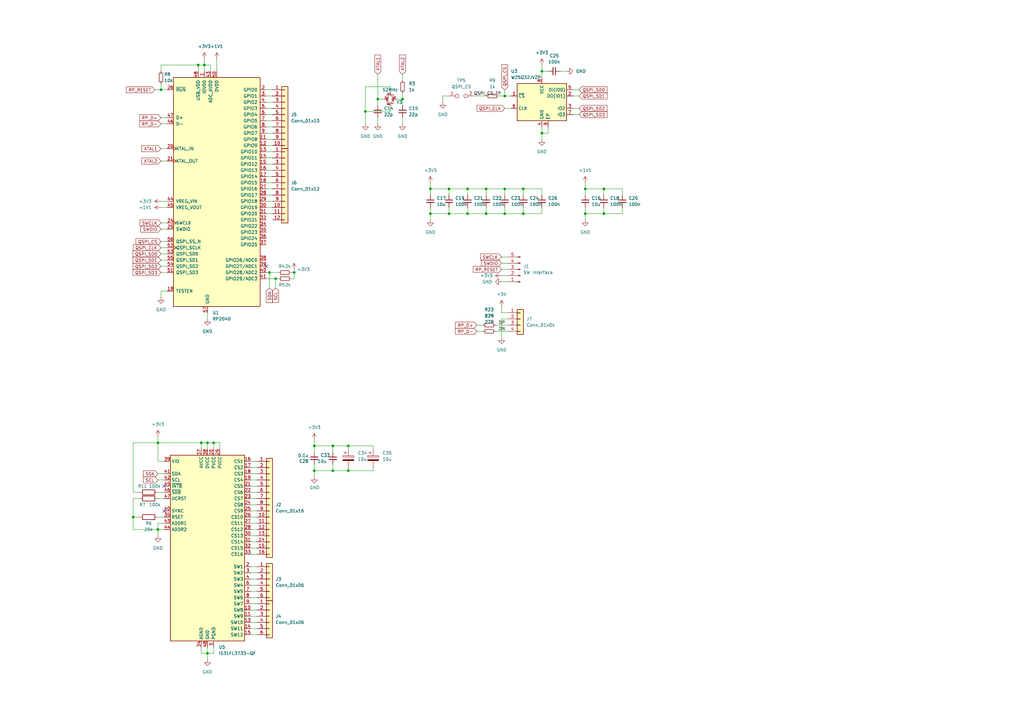
<source format=kicad_sch>
(kicad_sch (version 20230121) (generator eeschema)
  (paper "A3")
  (junction (at 136.525 182.88))
  (junction (at 184.15 87.63))
  (junction (at 207.01 77.47))
  (junction (at 82.55 181.61))
  (junction (at 240.03 77.47))
  (junction (at 66.04 36.83))
  (junction (at 222.25 29.21))
  (junction (at 136.525 193.04))
  (junction (at 184.15 77.47))
  (junction (at 199.39 77.47))
  (junction (at 247.65 87.63))
  (junction (at 191.77 87.63))
  (junction (at 64.77 181.61))
  (junction (at 142.875 193.04))
  (junction (at 214.63 87.63))
  (junction (at 207.01 87.63))
  (junction (at 207.01 39.37))
  (junction (at 81.28 26.67))
  (junction (at 85.09 267.97))
  (junction (at 240.03 87.63))
  (junction (at 214.63 77.47))
  (junction (at 113.03 114.3))
  (junction (at 222.25 54.61))
  (junction (at 110.49 111.76))
  (junction (at 176.53 87.63))
  (junction (at 247.65 77.47))
  (junction (at 191.77 77.47))
  (junction (at 142.875 182.88))
  (junction (at 87.63 181.61))
  (junction (at 64.77 217.17))
  (junction (at 154.94 40.64))
  (junction (at 165.1 40.64))
  (junction (at 85.09 181.61))
  (junction (at 128.905 193.04))
  (junction (at 54.61 212.09))
  (junction (at 149.86 45.72))
  (junction (at 128.905 182.88))
  (junction (at 120.65 111.76))
  (junction (at 83.82 26.67))
  (junction (at 199.39 87.63))
  (junction (at 176.53 77.47))
  (no_connect (at 67.31 209.55))
  (no_connect (at 109.22 109.22))
  (no_connect (at 67.31 199.39))
  (wire (pts (xy 195.58 133.35) (xy 198.12 133.35)))
  (wire (pts (xy 203.2 135.89) (xy 208.28 135.89)))
  (wire (pts (xy 160.02 38.1) (xy 160.02 35.56)))
  (wire (pts (xy 234.95 36.83) (xy 237.49 36.83)))
  (wire (pts (xy 222.25 26.67) (xy 222.25 29.21)))
  (wire (pts (xy 207.01 44.45) (xy 209.55 44.45)))
  (wire (pts (xy 240.03 74.93) (xy 240.03 77.47)))
  (wire (pts (xy 184.15 87.63) (xy 184.15 85.09)))
  (wire (pts (xy 102.87 245.11) (xy 105.41 245.11)))
  (wire (pts (xy 54.61 212.09) (xy 57.15 212.09)))
  (wire (pts (xy 214.63 87.63) (xy 214.63 85.09)))
  (wire (pts (xy 102.87 209.55) (xy 105.41 209.55)))
  (wire (pts (xy 81.28 29.21) (xy 81.28 26.67)))
  (wire (pts (xy 109.22 64.77) (xy 111.76 64.77)))
  (wire (pts (xy 66.04 82.55) (xy 68.58 82.55)))
  (wire (pts (xy 240.03 87.63) (xy 240.03 90.17)))
  (wire (pts (xy 136.525 193.04) (xy 142.875 193.04)))
  (wire (pts (xy 207.01 77.47) (xy 207.01 80.01)))
  (wire (pts (xy 181.61 39.37) (xy 181.61 41.91)))
  (wire (pts (xy 153.035 182.88) (xy 153.035 184.15)))
  (wire (pts (xy 66.04 50.8) (xy 68.58 50.8)))
  (wire (pts (xy 136.525 182.88) (xy 142.875 182.88)))
  (wire (pts (xy 234.95 39.37) (xy 237.49 39.37)))
  (wire (pts (xy 128.905 193.04) (xy 128.905 195.58)))
  (wire (pts (xy 109.22 44.45) (xy 111.76 44.45)))
  (wire (pts (xy 165.1 40.64) (xy 165.1 43.18)))
  (wire (pts (xy 54.61 201.93) (xy 54.61 181.61)))
  (wire (pts (xy 142.875 182.88) (xy 142.875 184.15)))
  (wire (pts (xy 66.04 109.22) (xy 68.58 109.22)))
  (wire (pts (xy 66.04 101.6) (xy 68.58 101.6)))
  (wire (pts (xy 240.03 85.09) (xy 240.03 87.63)))
  (wire (pts (xy 64.77 214.63) (xy 64.77 217.17)))
  (wire (pts (xy 165.1 38.1) (xy 165.1 40.64)))
  (wire (pts (xy 128.905 180.34) (xy 128.905 182.88)))
  (wire (pts (xy 234.95 46.99) (xy 237.49 46.99)))
  (wire (pts (xy 67.31 214.63) (xy 64.77 214.63)))
  (wire (pts (xy 66.04 93.98) (xy 68.58 93.98)))
  (wire (pts (xy 191.77 77.47) (xy 191.77 80.01)))
  (wire (pts (xy 102.87 255.27) (xy 105.41 255.27)))
  (wire (pts (xy 87.63 267.97) (xy 85.09 267.97)))
  (wire (pts (xy 82.55 181.61) (xy 64.77 181.61)))
  (wire (pts (xy 81.28 26.67) (xy 83.82 26.67)))
  (wire (pts (xy 54.61 212.09) (xy 54.61 217.17)))
  (wire (pts (xy 120.65 114.3) (xy 119.38 114.3)))
  (wire (pts (xy 142.875 193.04) (xy 153.035 193.04)))
  (wire (pts (xy 102.87 227.33) (xy 105.41 227.33)))
  (wire (pts (xy 191.77 77.47) (xy 184.15 77.47)))
  (wire (pts (xy 63.5 36.83) (xy 66.04 36.83)))
  (wire (pts (xy 234.95 44.45) (xy 237.49 44.45)))
  (wire (pts (xy 119.38 111.76) (xy 120.65 111.76)))
  (wire (pts (xy 205.74 107.95) (xy 208.28 107.95)))
  (wire (pts (xy 102.87 207.01) (xy 105.41 207.01)))
  (wire (pts (xy 205.74 128.27) (xy 205.74 125.73)))
  (wire (pts (xy 87.63 181.61) (xy 87.63 184.15)))
  (wire (pts (xy 207.01 39.37) (xy 209.55 39.37)))
  (wire (pts (xy 222.25 87.63) (xy 222.25 85.09)))
  (wire (pts (xy 109.22 57.15) (xy 111.76 57.15)))
  (wire (pts (xy 208.28 128.27) (xy 205.74 128.27)))
  (wire (pts (xy 64.77 217.17) (xy 64.77 219.71)))
  (wire (pts (xy 67.31 189.23) (xy 64.77 189.23)))
  (wire (pts (xy 109.22 46.99) (xy 111.76 46.99)))
  (wire (pts (xy 54.61 181.61) (xy 64.77 181.61)))
  (wire (pts (xy 66.04 99.06) (xy 68.58 99.06)))
  (wire (pts (xy 109.22 54.61) (xy 111.76 54.61)))
  (wire (pts (xy 120.65 111.76) (xy 120.65 114.3)))
  (wire (pts (xy 109.22 87.63) (xy 111.76 87.63)))
  (wire (pts (xy 102.87 247.65) (xy 105.41 247.65)))
  (wire (pts (xy 222.25 77.47) (xy 214.63 77.47)))
  (wire (pts (xy 102.87 252.73) (xy 105.41 252.73)))
  (wire (pts (xy 142.875 182.88) (xy 153.035 182.88)))
  (wire (pts (xy 109.22 49.53) (xy 111.76 49.53)))
  (wire (pts (xy 109.22 36.83) (xy 111.76 36.83)))
  (wire (pts (xy 66.04 119.38) (xy 66.04 121.92)))
  (wire (pts (xy 191.77 87.63) (xy 199.39 87.63)))
  (wire (pts (xy 102.87 201.93) (xy 105.41 201.93)))
  (wire (pts (xy 54.61 204.47) (xy 54.61 212.09)))
  (wire (pts (xy 110.49 111.76) (xy 110.49 118.11)))
  (wire (pts (xy 149.86 45.72) (xy 149.86 50.8)))
  (wire (pts (xy 229.87 29.21) (xy 232.41 29.21)))
  (wire (pts (xy 66.04 29.21) (xy 66.04 26.67)))
  (wire (pts (xy 184.15 77.47) (xy 184.15 80.01)))
  (wire (pts (xy 157.48 40.64) (xy 154.94 40.64)))
  (wire (pts (xy 149.86 45.72) (xy 160.02 45.72)))
  (wire (pts (xy 205.74 115.57) (xy 208.28 115.57)))
  (wire (pts (xy 109.22 74.93) (xy 111.76 74.93)))
  (wire (pts (xy 66.04 106.68) (xy 68.58 106.68)))
  (wire (pts (xy 102.87 222.25) (xy 105.41 222.25)))
  (wire (pts (xy 66.04 26.67) (xy 81.28 26.67)))
  (wire (pts (xy 128.905 182.88) (xy 136.525 182.88)))
  (wire (pts (xy 85.09 181.61) (xy 85.09 184.15)))
  (wire (pts (xy 214.63 77.47) (xy 207.01 77.47)))
  (wire (pts (xy 57.15 201.93) (xy 54.61 201.93)))
  (wire (pts (xy 109.22 80.01) (xy 111.76 80.01)))
  (wire (pts (xy 224.79 54.61) (xy 222.25 54.61)))
  (wire (pts (xy 102.87 219.71) (xy 105.41 219.71)))
  (wire (pts (xy 247.65 77.47) (xy 255.27 77.47)))
  (wire (pts (xy 102.87 194.31) (xy 105.41 194.31)))
  (wire (pts (xy 207.01 36.83) (xy 207.01 39.37)))
  (wire (pts (xy 102.87 242.57) (xy 105.41 242.57)))
  (wire (pts (xy 102.87 232.41) (xy 105.41 232.41)))
  (wire (pts (xy 102.87 234.95) (xy 105.41 234.95)))
  (wire (pts (xy 214.63 77.47) (xy 214.63 80.01)))
  (wire (pts (xy 165.1 30.48) (xy 165.1 33.02)))
  (wire (pts (xy 154.94 30.48) (xy 154.94 40.64)))
  (wire (pts (xy 191.77 87.63) (xy 191.77 85.09)))
  (wire (pts (xy 102.87 217.17) (xy 105.41 217.17)))
  (wire (pts (xy 66.04 104.14) (xy 68.58 104.14)))
  (wire (pts (xy 128.905 182.88) (xy 128.905 185.42)))
  (wire (pts (xy 205.74 130.81) (xy 205.74 138.43)))
  (wire (pts (xy 214.63 87.63) (xy 222.25 87.63)))
  (wire (pts (xy 205.74 105.41) (xy 208.28 105.41)))
  (wire (pts (xy 128.905 193.04) (xy 136.525 193.04)))
  (wire (pts (xy 194.31 39.37) (xy 199.39 39.37)))
  (wire (pts (xy 255.27 87.63) (xy 255.27 85.09)))
  (wire (pts (xy 160.02 43.18) (xy 160.02 45.72)))
  (wire (pts (xy 207.01 77.47) (xy 199.39 77.47)))
  (wire (pts (xy 109.22 82.55) (xy 111.76 82.55)))
  (wire (pts (xy 199.39 77.47) (xy 199.39 80.01)))
  (wire (pts (xy 110.49 111.76) (xy 114.3 111.76)))
  (wire (pts (xy 86.36 29.21) (xy 86.36 26.67)))
  (wire (pts (xy 68.58 119.38) (xy 66.04 119.38)))
  (wire (pts (xy 109.22 41.91) (xy 111.76 41.91)))
  (wire (pts (xy 85.09 128.27) (xy 85.09 130.81)))
  (wire (pts (xy 64.77 179.07) (xy 64.77 181.61)))
  (wire (pts (xy 66.04 48.26) (xy 68.58 48.26)))
  (wire (pts (xy 207.01 87.63) (xy 214.63 87.63)))
  (wire (pts (xy 149.86 35.56) (xy 160.02 35.56)))
  (wire (pts (xy 88.9 24.13) (xy 88.9 29.21)))
  (wire (pts (xy 109.22 85.09) (xy 111.76 85.09)))
  (wire (pts (xy 82.55 265.43) (xy 82.55 267.97)))
  (wire (pts (xy 222.25 29.21) (xy 222.25 31.75)))
  (wire (pts (xy 205.74 113.03) (xy 208.28 113.03)))
  (wire (pts (xy 184.15 87.63) (xy 191.77 87.63)))
  (wire (pts (xy 176.53 87.63) (xy 184.15 87.63)))
  (wire (pts (xy 154.94 40.64) (xy 154.94 43.18)))
  (wire (pts (xy 64.77 204.47) (xy 67.31 204.47)))
  (wire (pts (xy 102.87 199.39) (xy 105.41 199.39)))
  (wire (pts (xy 247.65 87.63) (xy 247.65 85.09)))
  (wire (pts (xy 66.04 91.44) (xy 68.58 91.44)))
  (wire (pts (xy 222.25 54.61) (xy 222.25 57.15)))
  (wire (pts (xy 176.53 87.63) (xy 176.53 90.17)))
  (wire (pts (xy 113.03 114.3) (xy 113.03 118.11)))
  (wire (pts (xy 224.79 52.07) (xy 224.79 54.61)))
  (wire (pts (xy 162.56 40.64) (xy 165.1 40.64)))
  (wire (pts (xy 199.39 87.63) (xy 199.39 85.09)))
  (wire (pts (xy 199.39 87.63) (xy 207.01 87.63)))
  (wire (pts (xy 128.905 193.04) (xy 128.905 190.5)))
  (wire (pts (xy 102.87 257.81) (xy 105.41 257.81)))
  (wire (pts (xy 240.03 77.47) (xy 240.03 80.01)))
  (wire (pts (xy 66.04 60.96) (xy 68.58 60.96)))
  (wire (pts (xy 149.86 45.72) (xy 149.86 35.56)))
  (wire (pts (xy 240.03 87.63) (xy 247.65 87.63)))
  (wire (pts (xy 66.04 66.04) (xy 68.58 66.04)))
  (wire (pts (xy 64.77 212.09) (xy 67.31 212.09)))
  (wire (pts (xy 208.28 130.81) (xy 205.74 130.81)))
  (wire (pts (xy 165.1 48.26) (xy 165.1 50.8)))
  (wire (pts (xy 154.94 48.26) (xy 154.94 50.8)))
  (wire (pts (xy 87.63 265.43) (xy 87.63 267.97)))
  (wire (pts (xy 85.09 267.97) (xy 85.09 265.43)))
  (wire (pts (xy 109.22 59.69) (xy 111.76 59.69)))
  (wire (pts (xy 109.22 67.31) (xy 111.76 67.31)))
  (wire (pts (xy 255.27 77.47) (xy 255.27 80.01)))
  (wire (pts (xy 109.22 52.07) (xy 111.76 52.07)))
  (wire (pts (xy 222.25 77.47) (xy 222.25 80.01)))
  (wire (pts (xy 204.47 39.37) (xy 207.01 39.37)))
  (wire (pts (xy 66.04 85.09) (xy 68.58 85.09)))
  (wire (pts (xy 64.77 201.93) (xy 67.31 201.93)))
  (wire (pts (xy 142.875 191.77) (xy 142.875 193.04)))
  (wire (pts (xy 102.87 250.19) (xy 105.41 250.19)))
  (wire (pts (xy 195.58 135.89) (xy 198.12 135.89)))
  (wire (pts (xy 64.77 196.85) (xy 67.31 196.85)))
  (wire (pts (xy 176.53 85.09) (xy 176.53 87.63)))
  (wire (pts (xy 66.04 111.76) (xy 68.58 111.76)))
  (wire (pts (xy 57.15 204.47) (xy 54.61 204.47)))
  (wire (pts (xy 102.87 240.03) (xy 105.41 240.03)))
  (wire (pts (xy 86.36 26.67) (xy 83.82 26.67)))
  (wire (pts (xy 109.22 72.39) (xy 111.76 72.39)))
  (wire (pts (xy 87.63 181.61) (xy 85.09 181.61)))
  (wire (pts (xy 54.61 217.17) (xy 64.77 217.17)))
  (wire (pts (xy 64.77 194.31) (xy 67.31 194.31)))
  (wire (pts (xy 83.82 26.67) (xy 83.82 24.13)))
  (wire (pts (xy 102.87 196.85) (xy 105.41 196.85)))
  (wire (pts (xy 102.87 237.49) (xy 105.41 237.49)))
  (wire (pts (xy 109.22 39.37) (xy 111.76 39.37)))
  (wire (pts (xy 247.65 77.47) (xy 247.65 80.01)))
  (wire (pts (xy 85.09 181.61) (xy 82.55 181.61)))
  (wire (pts (xy 222.25 29.21) (xy 224.79 29.21)))
  (wire (pts (xy 176.53 74.93) (xy 176.53 77.47)))
  (wire (pts (xy 64.77 189.23) (xy 64.77 181.61)))
  (wire (pts (xy 66.04 34.29) (xy 66.04 36.83)))
  (wire (pts (xy 83.82 26.67) (xy 83.82 29.21)))
  (wire (pts (xy 136.525 182.88) (xy 136.525 185.42)))
  (wire (pts (xy 90.17 184.15) (xy 90.17 181.61)))
  (wire (pts (xy 109.22 69.85) (xy 111.76 69.85)))
  (wire (pts (xy 222.25 52.07) (xy 222.25 54.61)))
  (wire (pts (xy 66.04 36.83) (xy 68.58 36.83)))
  (wire (pts (xy 109.22 77.47) (xy 111.76 77.47)))
  (wire (pts (xy 102.87 191.77) (xy 105.41 191.77)))
  (wire (pts (xy 113.03 114.3) (xy 114.3 114.3)))
  (wire (pts (xy 64.77 217.17) (xy 67.31 217.17)))
  (wire (pts (xy 82.55 267.97) (xy 85.09 267.97)))
  (wire (pts (xy 90.17 181.61) (xy 87.63 181.61)))
  (wire (pts (xy 82.55 181.61) (xy 82.55 184.15)))
  (wire (pts (xy 109.22 62.23) (xy 111.76 62.23)))
  (wire (pts (xy 120.65 110.49) (xy 120.65 111.76)))
  (wire (pts (xy 102.87 224.79) (xy 105.41 224.79)))
  (wire (pts (xy 102.87 214.63) (xy 105.41 214.63)))
  (wire (pts (xy 85.09 267.97) (xy 85.09 270.51)))
  (wire (pts (xy 207.01 87.63) (xy 207.01 85.09)))
  (wire (pts (xy 102.87 260.35) (xy 105.41 260.35)))
  (wire (pts (xy 184.15 39.37) (xy 181.61 39.37)))
  (wire (pts (xy 102.87 212.09) (xy 105.41 212.09)))
  (wire (pts (xy 102.87 204.47) (xy 105.41 204.47)))
  (wire (pts (xy 153.035 191.77) (xy 153.035 193.04)))
  (wire (pts (xy 240.03 77.47) (xy 247.65 77.47)))
  (wire (pts (xy 247.65 87.63) (xy 255.27 87.63)))
  (wire (pts (xy 199.39 77.47) (xy 191.77 77.47)))
  (wire (pts (xy 109.22 111.76) (xy 110.49 111.76)))
  (wire (pts (xy 203.2 133.35) (xy 208.28 133.35)))
  (wire (pts (xy 205.74 110.49) (xy 208.28 110.49)))
  (wire (pts (xy 176.53 77.47) (xy 176.53 80.01)))
  (wire (pts (xy 136.525 190.5) (xy 136.525 193.04)))
  (wire (pts (xy 102.87 189.23) (xy 105.41 189.23)))
  (wire (pts (xy 109.22 114.3) (xy 113.03 114.3)))
  (wire (pts (xy 176.53 77.47) (xy 184.15 77.47)))
  (label "DN" (at 204.47 135.89 0))
  (label "DP" (at 204.47 133.35 0))
  (label "QSPI_CS_TP" (at 194.31 39.37 0))
  (global_label "QSPI_SD0" (shape input) (at 237.49 36.83 0) (property "Intersheetrefs" "${INTERSHEET_REFS}" (effects hide)))
  (global_label "SCL" (shape input) (at 64.77 196.85 180) (property "Intersheetrefs" "${INTERSHEET_REFS}" (effects hide)))
  (global_label "QSPI_SD3" (shape input) (at 66.04 111.76 180) (property "Intersheetrefs" "${INTERSHEET_REFS}" (effects hide)))
  (global_label "XTAL2" (shape input) (at 66.04 66.04 180) (property "Intersheetrefs" "${INTERSHEET_REFS}" (effects hide)))
  (global_label "SWDIO" (shape input) (at 66.04 93.98 180) (property "Intersheetrefs" "${INTERSHEET_REFS}" (effects hide)))
  (global_label "SDA" (shape input) (at 64.77 194.31 180) (property "Intersheetrefs" "${INTERSHEET_REFS}" (effects hide)))
  (global_label "QSPI_SD1" (shape input) (at 237.49 39.37 0) (property "Intersheetrefs" "${INTERSHEET_REFS}" (effects hide)))
  (global_label "QSPI_CLK" (shape input) (at 207.01 44.45 180) (property "Intersheetrefs" "${INTERSHEET_REFS}" (effects hide)))
  (global_label "XTAL1" (shape input) (at 66.04 60.96 180) (property "Intersheetrefs" "${INTERSHEET_REFS}" (effects hide)))
  (global_label "SCL" (shape input) (at 113.03 118.11 270) (property "Intersheetrefs" "${INTERSHEET_REFS}" (effects hide)))
  (global_label "QSPI_SD3" (shape input) (at 237.49 46.99 0) (property "Intersheetrefs" "${INTERSHEET_REFS}" (effects hide)))
  (global_label "RP_RESET" (shape input) (at 63.5 36.83 180) (property "Intersheetrefs" "${INTERSHEET_REFS}" (effects hide)))
  (global_label "RP_D+" (shape input) (at 66.04 48.26 180) (property "Intersheetrefs" "${INTERSHEET_REFS}" (effects hide)))
  (global_label "QSPI_SD0" (shape input) (at 66.04 104.14 180) (property "Intersheetrefs" "${INTERSHEET_REFS}" (effects hide)))
  (global_label "QSPI_SD2" (shape input) (at 66.04 109.22 180) (property "Intersheetrefs" "${INTERSHEET_REFS}" (effects hide)))
  (global_label "RP_D-" (shape input) (at 66.04 50.8 180) (property "Intersheetrefs" "${INTERSHEET_REFS}" (effects hide)))
  (global_label "QSPI_CLK" (shape input) (at 66.04 101.6 180) (property "Intersheetrefs" "${INTERSHEET_REFS}" (effects hide)))
  (global_label "SWCLK" (shape input) (at 66.04 91.44 180) (property "Intersheetrefs" "${INTERSHEET_REFS}" (effects hide)))
  (global_label "QSPI_CS" (shape input) (at 207.01 36.83 90) (property "Intersheetrefs" "${INTERSHEET_REFS}" (effects hide)))
  (global_label "QSPI_CS" (shape input) (at 66.04 99.06 180) (property "Intersheetrefs" "${INTERSHEET_REFS}" (effects hide)))
  (global_label "XTAL1" (shape input) (at 154.94 30.48 90) (property "Intersheetrefs" "${INTERSHEET_REFS}" (effects hide)))
  (global_label "SWCLK" (shape input) (at 205.74 105.41 180) (property "Intersheetrefs" "${INTERSHEET_REFS}" (effects hide)))
  (global_label "SDA" (shape input) (at 110.49 118.11 270) (property "Intersheetrefs" "${INTERSHEET_REFS}" (effects hide)))
  (global_label "RP_RESET" (shape input) (at 205.74 110.49 180) (property "Intersheetrefs" "${INTERSHEET_REFS}" (effects hide)))
  (global_label "QSPI_SD2" (shape input) (at 237.49 44.45 0) (property "Intersheetrefs" "${INTERSHEET_REFS}" (effects hide)))
  (global_label "QSPI_SD1" (shape input) (at 66.04 106.68 180) (property "Intersheetrefs" "${INTERSHEET_REFS}" (effects hide)))
  (global_label "XTAL2" (shape input) (at 165.1 30.48 90) (property "Intersheetrefs" "${INTERSHEET_REFS}" (effects hide)))
  (global_label "SWDIO" (shape input) (at 205.74 107.95 180) (property "Intersheetrefs" "${INTERSHEET_REFS}" (effects hide)))
  (global_label "RP_D+" (shape input) (at 195.58 133.35 180) (property "Intersheetrefs" "${INTERSHEET_REFS}" (effects hide)))
  (global_label "RP_D-" (shape input) (at 195.58 135.89 180) (property "Intersheetrefs" "${INTERSHEET_REFS}" (effects hide)))
  (symbol (lib_id "Device:C_Small") (at 128.905 187.96 180) (unit 1)
    (property "Reference" "C28" (at 126.5682 189.1284 0) (effects (justify left)))
    (property "Value" "0.1u" (at 126.5682 186.817 0) (effects (justify left)))
    (property "Footprint" "Capacitor_SMD:C_0402_1005Metric" (effects hide))
    (instances (project "Frooastboard Walnut Modular" (path "" (reference "C28") (unit 1)) (path "" (reference "C1") (unit 1))))
  )
  (symbol (lib_id "power:GND") (at 66.04 121.92 0) (unit 1)
    (property "Reference" "#PWR0112" (effects hide))
    (property "Value" "GND" (at 66.04 127 0))
    (instances (project "Frooastboard Walnut Modular" (path "" (reference "#PWR0112") (unit 1)) (path "" (reference "#PWR05") (unit 1))))
  )
  (symbol (lib_id "power:GND") (at 205.74 115.57 270) (unit 1)
    (property "Reference" "#PWR0120" (effects hide))
    (property "Value" "GND" (at 201.93 115.5699 90) (effects (justify right)))
    (instances (project "Frooastboard Walnut Modular" (path "" (reference "#PWR0120") (unit 1)) (path "" (reference "#PWR020") (unit 1))))
  )
  (symbol (lib_id "power:+3.3V") (at 120.65 110.49 0) (unit 1)
    (property "Reference" "#PWR0148" (effects hide))
    (property "Value" "+3.3V" (at 124.46 110.49 0))
    (instances (project "Frooastboard Walnut Modular" (path "" (reference "#PWR0148") (unit 1)) (path "" (reference "#PWR010") (unit 1))))
  )
  (symbol (lib_id "power:GND") (at 165.1 50.8 0) (unit 1)
    (property "Reference" "#PWR0123" (effects hide))
    (property "Value" "GND" (at 165.1 55.88 0))
    (instances (project "Frooastboard Walnut Modular" (path "" (reference "#PWR0123") (unit 1)) (path "" (reference "#PWR015") (unit 1))))
  )
  (symbol (lib_id "Driver_LED:IS31FL3733-QF") (at 85.09 224.79 0) (unit 1)
    (property "Reference" "U5" (at 89.6494 265.43 0) (effects (justify left)))
    (property "Value" "IS31FL3733-QF" (at 89.6494 267.97 0) (effects (justify left)))
    (property "Footprint" "Package_DFN_QFN:QFN-48-1EP_6x6mm_P0.4mm_EP4.2x4.2mm" (effects hide))
    (property "Datasheet" "http://www.issi.com/WW/pdf/IS31FL3733.pdf" (effects hide))
    (instances (project "Frooastboard Walnut Modular" (path "" (reference "U5") (unit 1)) (path "" (reference "U1") (unit 1))))
  )
  (symbol (lib_id "Device:R_Small") (at 201.93 39.37 90) (unit 1)
    (property "Reference" "R9" (at 201.93 33.02 90))
    (property "Value" "1k" (at 201.93 35.56 90))
    (property "Footprint" "Resistor_SMD:R_0402_1005Metric" (effects hide))
    (instances (project "Frooastboard Walnut Modular" (path "" (reference "R9") (unit 1)) (path "" (reference "R10") (unit 1))))
  )
  (symbol (lib_id "Device:C_Small") (at 176.53 82.55 0) (unit 1)
    (property "Reference" "C17" (at 179.07 81.2862 0) (effects (justify left)))
    (property "Value" "10u" (at 179.07 83.8262 0) (effects (justify left)))
    (property "Footprint" "Capacitor_SMD:C_0402_1005Metric" (effects hide))
    (instances (project "Frooastboard Walnut Modular" (path "" (reference "C17") (unit 1)) (path "" (reference "C7") (unit 1))))
  )
  (symbol (lib_id "Device:R_Small") (at 116.84 111.76 90) (unit 1)
    (property "Reference" "R4" (at 115.57 109.22 90))
    (property "Value" "2k" (at 118.11 109.22 90))
    (property "Footprint" "Resistor_SMD:R_0402_1005Metric" (effects hide))
    (instances (project "Frooastboard Walnut Modular" (path "" (reference "R4") (unit 1)) (path "" (reference "R5") (unit 1))))
  )
  (symbol (lib_id "Device:C_Small") (at 240.03 82.55 0) (unit 1)
    (property "Reference" "C16" (at 242.57 81.2862 0) (effects (justify left)))
    (property "Value" "10u" (at 242.57 83.8262 0) (effects (justify left)))
    (property "Footprint" "Capacitor_SMD:C_0402_1005Metric" (effects hide))
    (instances (project "Frooastboard Walnut Modular" (path "" (reference "C16") (unit 1)) (path "" (reference "C15") (unit 1))))
  )
  (symbol (lib_id "power:+3.3V") (at 205.74 113.03 90) (unit 1)
    (property "Reference" "#PWR0119" (effects hide))
    (property "Value" "+3.3V" (at 196.85 113.03 90) (effects (justify right)))
    (instances (project "Frooastboard Walnut Modular" (path "" (reference "#PWR0119") (unit 1)) (path "" (reference "#PWR019") (unit 1))))
  )
  (symbol (lib_id "Connector_Generic:Conn_01x04") (at 213.36 130.81 0) (unit 1)
    (property "Reference" "J7" (at 215.9 130.8099 0) (effects (justify left)))
    (property "Value" "Conn_01x04" (at 215.9 133.3499 0) (effects (justify left)))
    (property "Footprint" "Frooastboard Footprints:PinHeader_1x04_P1.27mm_Vertical" (effects hide))
  )
  (symbol (lib_id "Device:C_Small") (at 247.65 82.55 0) (unit 1)
    (property "Reference" "C18" (at 250.19 81.2862 0) (effects (justify left)))
    (property "Value" "100n" (at 250.19 83.8262 0) (effects (justify left)))
    (property "Footprint" "Capacitor_SMD:C_0402_1005Metric" (effects hide))
    (instances (project "Frooastboard Walnut Modular" (path "" (reference "C18") (unit 1)) (path "" (reference "C16") (unit 1))))
  )
  (symbol (lib_id "power:+1V1") (at 240.03 74.93 0) (unit 1)
    (property "Reference" "#PWR0129" (effects hide))
    (property "Value" "+1V1" (at 240.03 69.85 0))
    (instances (project "Frooastboard Walnut Modular" (path "" (reference "#PWR0129") (unit 1)) (path "" (reference "#PWR026") (unit 1))))
  )
  (symbol (lib_id "Device:R") (at 60.96 201.93 90) (unit 1)
    (property "Reference" "R11" (at 58.42 199.39 90))
    (property "Value" "100k" (at 63.5 199.39 90))
    (property "Footprint" "Resistor_SMD:R_0402_1005Metric" (effects hide))
    (instances (project "Frooastboard Walnut Modular" (path "" (reference "R11") (unit 1)) (path "" (reference "R1") (unit 1))))
  )
  (symbol (lib_id "power:GND") (at 85.09 270.51 0) (unit 1)
    (property "Reference" "#PWR0143" (effects hide))
    (property "Value" "GND" (at 85.09 275.59 0))
    (instances (project "Frooastboard Walnut Modular" (path "" (reference "#PWR0143") (unit 1)) (path "" (reference "#PWR08") (unit 1))))
  )
  (symbol (lib_id "Device:C_Small") (at 207.01 82.55 0) (unit 1)
    (property "Reference" "C23" (at 209.55 81.2862 0) (effects (justify left)))
    (property "Value" "100n" (at 209.55 83.8262 0) (effects (justify left)))
    (property "Footprint" "Capacitor_SMD:C_0402_1005Metric" (effects hide))
    (instances (project "Frooastboard Walnut Modular" (path "" (reference "C23") (unit 1)) (path "" (reference "C11") (unit 1))))
  )
  (symbol (lib_id "Device:C_Small") (at 191.77 82.55 0) (unit 1)
    (property "Reference" "C21" (at 194.31 81.2862 0) (effects (justify left)))
    (property "Value" "100n" (at 194.31 83.8262 0) (effects (justify left)))
    (property "Footprint" "Capacitor_SMD:C_0402_1005Metric" (effects hide))
    (instances (project "Frooastboard Walnut Modular" (path "" (reference "C21") (unit 1)) (path "" (reference "C9") (unit 1))))
  )
  (symbol (lib_id "power:+1V1") (at 66.04 85.09 90) (unit 1)
    (property "Reference" "#PWR0117" (effects hide))
    (property "Value" "+1V1" (at 62.23 85.0899 90) (effects (justify left)))
    (instances (project "Frooastboard Walnut Modular" (path "" (reference "#PWR0117") (unit 1)) (path "" (reference "#PWR04") (unit 1))))
  )
  (symbol (lib_id "power:GND") (at 154.94 50.8 0) (unit 1)
    (property "Reference" "#PWR0122" (effects hide))
    (property "Value" "GND" (at 154.94 55.88 0))
    (instances (project "Frooastboard Walnut Modular" (path "" (reference "#PWR0122") (unit 1)) (path "" (reference "#PWR014") (unit 1))))
  )
  (symbol (lib_id "power:+3.3V") (at 66.04 82.55 90) (unit 1)
    (property "Reference" "#PWR0116" (effects hide))
    (property "Value" "+3.3V" (at 62.23 82.5499 90) (effects (justify left)))
    (instances (project "Frooastboard Walnut Modular" (path "" (reference "#PWR0116") (unit 1)) (path "" (reference "#PWR03") (unit 1))))
  )
  (symbol (lib_id "Memory_Flash:W25Q32JVZP") (at 222.25 41.91 0) (unit 1)
    (property "Reference" "U3" (at 209.55 29.21 0) (effects (justify left)))
    (property "Value" "W25Q32JVZP" (at 209.55 31.75 0) (effects (justify left)))
    (property "Footprint" "Package_SON:WSON-8-1EP_6x5mm_P1.27mm_EP3.4x4.3mm" (effects hide))
    (property "Datasheet" "http://www.winbond.com/resource-files/w25q32jv%20revg%2003272018%20plus.pdf" (effects hide))
  )
  (symbol (lib_id "Connector_Generic:Conn_01x16") (at 110.49 207.01 0) (unit 1)
    (property "Reference" "J2" (at 113.03 207.0099 0) (effects (justify left)))
    (property "Value" "Conn_01x16" (at 113.03 209.5499 0) (effects (justify left)))
    (property "Footprint" "Frooastboard Footprints:PinHeader_1x16_P1.27mm_Vertical" (effects hide))
    (instances (project "Frooastboard Walnut Modular" (path "" (reference "J2") (unit 1)) (path "" (reference "J1") (unit 1))))
  )
  (symbol (lib_id "power:+3.3V") (at 64.77 179.07 0) (unit 1)
    (property "Reference" "#PWR0145" (effects hide))
    (property "Value" "+3.3V" (at 64.77 173.99 0))
    (instances (project "Frooastboard Walnut Modular" (path "" (reference "#PWR0145") (unit 1)) (path "" (reference "#PWR01") (unit 1))))
  )
  (symbol (lib_id "power:+1V1") (at 88.9 24.13 0) (unit 1)
    (property "Reference" "#PWR0115" (effects hide))
    (property "Value" "+1V1" (at 88.9 19.05 0))
    (instances (project "Frooastboard Walnut Modular" (path "" (reference "#PWR0115") (unit 1)) (path "" (reference "#PWR09") (unit 1))))
  )
  (symbol (lib_id "Device:C_Small") (at 199.39 82.55 0) (unit 1)
    (property "Reference" "C22" (at 201.93 81.2862 0) (effects (justify left)))
    (property "Value" "100n" (at 201.93 83.8262 0) (effects (justify left)))
    (property "Footprint" "Capacitor_SMD:C_0402_1005Metric" (effects hide))
    (instances (project "Frooastboard Walnut Modular" (path "" (reference "C22") (unit 1)) (path "" (reference "C10") (unit 1))))
  )
  (symbol (lib_id "power:GND") (at 240.03 90.17 0) (unit 1)
    (property "Reference" "#PWR0125" (effects hide))
    (property "Value" "GND" (at 240.03 95.25 0))
    (instances (project "Frooastboard Walnut Modular" (path "" (reference "#PWR0125") (unit 1)) (path "" (reference "#PWR027") (unit 1))))
  )
  (symbol (lib_id "Device:R_Small") (at 165.1 35.56 0) (unit 1)
    (property "Reference" "R3" (at 167.64 34.2899 0) (effects (justify left)))
    (property "Value" "1k" (at 167.64 36.8299 0) (effects (justify left)))
    (property "Footprint" "Resistor_SMD:R_0402_1005Metric" (effects hide))
    (instances (project "Frooastboard Walnut Modular" (path "" (reference "R3") (unit 1)) (path "" (reference "R7") (unit 1))))
  )
  (symbol (lib_id "Connector_Generic:Conn_01x10") (at 116.84 46.99 0) (unit 1)
    (property "Reference" "J5" (at 119.38 46.9899 0) (effects (justify left)))
    (property "Value" "Conn_01x10" (at 119.38 49.5299 0) (effects (justify left)))
    (property "Footprint" "Frooastboard Footprints:PinHeader_1x10_P1.27mm_Vertical" (effects hide))
    (instances (project "Frooastboard Walnut Modular" (path "" (reference "J5") (unit 1)) (path "" (reference "J4") (unit 1))))
  )
  (symbol (lib_id "power:GND") (at 205.74 138.43 0) (unit 1)
    (property "Reference" "#PWR0147" (effects hide))
    (property "Value" "GND" (at 205.74 143.51 0))
    (instances (project "Frooastboard Walnut Modular" (path "" (reference "#PWR0147") (unit 1)) (path "" (reference "#PWR022") (unit 1))))
  )
  (symbol (lib_id "power:GND") (at 222.25 57.15 0) (unit 1)
    (property "Reference" "#PWR0132" (effects hide))
    (property "Value" "GND" (at 222.25 62.23 0))
    (instances (project "Frooastboard Walnut Modular" (path "" (reference "#PWR0132") (unit 1)) (path "" (reference "#PWR024") (unit 1))))
  )
  (symbol (lib_id "Device:R_Small") (at 116.84 114.3 90) (unit 1)
    (property "Reference" "R5" (at 115.57 116.84 90))
    (property "Value" "2k" (at 118.11 116.84 90))
    (property "Footprint" "Resistor_SMD:R_0402_1005Metric" (effects hide))
    (instances (project "Frooastboard Walnut Modular" (path "" (reference "R5") (unit 1)) (path "" (reference "R6") (unit 1))))
  )
  (symbol (lib_id "Device:C_Small") (at 154.94 45.72 180) (unit 1)
    (property "Reference" "C14" (at 157.48 44.4435 0) (effects (justify right)))
    (property "Value" "22p" (at 157.48 46.9835 0) (effects (justify right)))
    (property "Footprint" "Capacitor_SMD:C_0402_1005Metric" (effects hide))
    (instances (project "Frooastboard Walnut Modular" (path "" (reference "C14") (unit 1)) (path "" (reference "C5") (unit 1))))
  )
  (symbol (lib_id "Device:C_Polarized") (at 153.035 187.96 0) (unit 1)
    (property "Reference" "C35" (at 156.845 185.8009 0) (effects (justify left)))
    (property "Value" "10u" (at 156.845 188.3409 0) (effects (justify left)))
    (property "Footprint" "Capacitor_Tantalum_SMD:CP_EIA-2012-15_AVX-P" (effects hide))
    (instances (project "Frooastboard Walnut Modular" (path "" (reference "C35") (unit 1)) (path "" (reference "C4") (unit 1))))
  )
  (symbol (lib_id "Connector:Conn_01x05_Male") (at 213.36 110.49 180) (unit 1)
    (property "Reference" "J1" (at 214.63 109.2199 0) (effects (justify right)))
    (property "Value" "SW Interface" (at 214.63 111.7599 0) (effects (justify right)))
    (property "Footprint" "Connector_PinHeader_1.27mm:PinHeader_1x05_P1.27mm_Vertical" (effects hide))
    (instances (project "Frooastboard Walnut Modular" (path "" (reference "J1") (unit 1)) (path "" (reference "J6") (unit 1))))
  )
  (symbol (lib_id "Device:C_Small") (at 136.525 187.96 0) (unit 1)
    (property "Reference" "C33" (at 131.445 186.69 0) (effects (justify left)))
    (property "Value" "10u" (at 130.175 189.23 0) (effects (justify left)))
    (property "Footprint" "Capacitor_SMD:C_0402_1005Metric" (effects hide))
    (instances (project "Frooastboard Walnut Modular" (path "" (reference "C33") (unit 1)) (path "" (reference "C2") (unit 1))))
  )
  (symbol (lib_id "Device:C_Small") (at 227.33 29.21 270) (unit 1)
    (property "Reference" "C25" (at 227.3236 22.86 90))
    (property "Value" "100n" (at 227.3236 25.4 90))
    (property "Footprint" "Capacitor_SMD:C_0402_1005Metric" (effects hide))
    (instances (project "Frooastboard Walnut Modular" (path "" (reference "C25") (unit 1)) (path "" (reference "C14") (unit 1))))
  )
  (symbol (lib_id "Connector_Generic:Conn_01x12") (at 116.84 74.93 0) (unit 1)
    (property "Reference" "J6" (at 119.38 74.9299 0) (effects (justify left)))
    (property "Value" "Conn_01x12" (at 119.38 77.4699 0) (effects (justify left)))
    (property "Footprint" "Frooastboard Footprints:PinHeader_1x12_P1.27mm_Vertical" (effects hide))
    (instances (project "Frooastboard Walnut Modular" (path "" (reference "J6") (unit 1)) (path "" (reference "J5") (unit 1))))
  )
  (symbol (lib_id "power:GND") (at 128.905 195.58 0) (unit 1)
    (property "Reference" "#PWR0142" (effects hide))
    (property "Value" "GND" (at 129.032 199.9742 0))
    (instances (project "Frooastboard Walnut Modular" (path "" (reference "#PWR0142") (unit 1)) (path "" (reference "#PWR012") (unit 1))))
  )
  (symbol (lib_id "power:+3.3V") (at 176.53 74.93 0) (unit 1)
    (property "Reference" "#PWR0126" (effects hide))
    (property "Value" "+3.3V" (at 176.53 69.85 0))
    (instances (project "Frooastboard Walnut Modular" (path "" (reference "#PWR0126") (unit 1)) (path "" (reference "#PWR016") (unit 1))))
  )
  (symbol (lib_id "power:GND") (at 176.53 90.17 0) (unit 1)
    (property "Reference" "#PWR0121" (effects hide))
    (property "Value" "GND" (at 176.53 95.25 0))
    (instances (project "Frooastboard Walnut Modular" (path "" (reference "#PWR0121") (unit 1)) (path "" (reference "#PWR017") (unit 1))))
  )
  (symbol (lib_id "Device:C_Small") (at 222.25 82.55 0) (unit 1)
    (property "Reference" "C26" (at 224.79 81.2862 0) (effects (justify left)))
    (property "Value" "100n" (at 224.79 83.8262 0) (effects (justify left)))
    (property "Footprint" "Capacitor_SMD:C_0402_1005Metric" (effects hide))
    (instances (project "Frooastboard Walnut Modular" (path "" (reference "C26") (unit 1)) (path "" (reference "C13") (unit 1))))
  )
  (symbol (lib_id "power:+3.3V") (at 128.905 180.34 0) (unit 1)
    (property "Reference" "#PWR0111" (effects hide))
    (property "Value" "+3.3V" (at 128.905 175.26 0))
    (instances (project "Frooastboard Walnut Modular" (path "" (reference "#PWR0111") (unit 1)) (path "" (reference "#PWR011") (unit 1))))
  )
  (symbol (lib_id "Device:C_Small") (at 255.27 82.55 0) (unit 1)
    (property "Reference" "C20" (at 257.81 81.2862 0) (effects (justify left)))
    (property "Value" "100n" (at 257.81 83.8262 0) (effects (justify left)))
    (property "Footprint" "Capacitor_SMD:C_0402_1005Metric" (effects hide))
    (instances (project "Frooastboard Walnut Modular" (path "" (reference "C20") (unit 1)) (path "" (reference "C17") (unit 1))))
  )
  (symbol (lib_id "Device:Crystal_GND24_Small") (at 160.02 40.64 0) (unit 1)
    (property "Reference" "Y3" (at 163.83 41.91 0))
    (property "Value" "12MHz" (at 160.02 36.83 0))
    (property "Footprint" "Crystal:Crystal_SMD_3225-4Pin_3.2x2.5mm" (effects hide))
    (instances (project "Frooastboard Walnut Modular" (path "" (reference "Y3") (unit 1)) (path "" (reference "Y1") (unit 1))))
  )
  (symbol (lib_id "power:+3.3V") (at 222.25 26.67 0) (unit 1)
    (property "Reference" "#PWR0133" (effects hide))
    (property "Value" "+3.3V" (at 222.25 21.59 0))
    (instances (project "Frooastboard Walnut Modular" (path "" (reference "#PWR0133") (unit 1)) (path "" (reference "#PWR023") (unit 1))))
  )
  (symbol (lib_id "Frooastboard Symbols:RP2040") (at 88.9 80.01 0) (unit 1)
    (property "Reference" "U1" (at 87.1094 128.27 0) (effects (justify left)))
    (property "Value" "RP2040" (at 87.1094 130.81 0) (effects (justify left)))
    (property "Footprint" "Frooastboard Footprints:RP2040-QFN-56" (effects hide))
    (property "Datasheet" "https://datasheets.raspberrypi.com/rp2040/rp2040-datasheet.pdf" (effects hide))
    (instances (project "Frooastboard Walnut Modular" (path "" (reference "U1") (unit 1)) (path "" (reference "U2") (unit 1))))
  )
  (symbol (lib_id "Device:C_Small") (at 165.1 45.72 180) (unit 1)
    (property "Reference" "C15" (at 167.64 44.4435 0) (effects (justify right)))
    (property "Value" "22p" (at 167.64 46.9835 0) (effects (justify right)))
    (property "Footprint" "Capacitor_SMD:C_0402_1005Metric" (effects hide))
    (instances (project "Frooastboard Walnut Modular" (path "" (reference "C15") (unit 1)) (path "" (reference "C6") (unit 1))))
  )
  (symbol (lib_id "power:GND") (at 85.09 130.81 0) (unit 1)
    (property "Reference" "#PWR0113" (effects hide))
    (property "Value" "GND" (at 85.09 135.89 0))
    (instances (project "Frooastboard Walnut Modular" (path "" (reference "#PWR0113") (unit 1)) (path "" (reference "#PWR07") (unit 1))))
  )
  (symbol (lib_id "Connector_Generic:Conn_01x06") (at 110.49 252.73 0) (unit 1)
    (property "Reference" "J4" (at 113.03 252.7299 0) (effects (justify left)))
    (property "Value" "Conn_01x06" (at 113.03 255.2699 0) (effects (justify left)))
    (property "Footprint" "Frooastboard Footprints:PinHeader_1x06_P1.27mm_Vertical" (effects hide))
    (instances (project "Frooastboard Walnut Modular" (path "" (reference "J4") (unit 1)) (path "" (reference "J3") (unit 1))))
  )
  (symbol (lib_id "power:+5V") (at 205.74 125.73 0) (unit 1)
    (property "Reference" "#PWR0146" (effects hide))
    (property "Value" "+5V" (at 205.74 120.65 0))
    (instances (project "Frooastboard Walnut Modular" (path "" (reference "#PWR0146") (unit 1)) (path "" (reference "#PWR021") (unit 1))))
  )
  (symbol (lib_id "Device:R_Small") (at 200.66 133.35 90) (unit 1)
    (property "Reference" "R23" (at 200.66 127 90))
    (property "Value" "27R" (at 200.66 129.54 90))
    (property "Footprint" "Resistor_SMD:R_0402_1005Metric" (effects hide))
    (instances (project "Frooastboard Walnut Modular" (path "" (reference "R23") (unit 1)) (path "" (reference "R8") (unit 1))))
  )
  (symbol (lib_id "Device:C_Polarized") (at 142.875 187.96 0) (unit 1)
    (property "Reference" "C34" (at 146.685 185.8009 0) (effects (justify left)))
    (property "Value" "10u" (at 146.685 188.3409 0) (effects (justify left)))
    (property "Footprint" "Capacitor_Tantalum_SMD:CP_EIA-2012-15_AVX-P" (effects hide))
    (instances (project "Frooastboard Walnut Modular" (path "" (reference "C34") (unit 1)) (path "" (reference "C3") (unit 1))))
  )
  (symbol (lib_id "Device:R_Small") (at 66.04 31.75 0) (unit 1)
    (property "Reference" "R8" (at 67.31 30.48 0) (effects (justify left)))
    (property "Value" "10k" (at 67.31 33.02 0) (effects (justify left)))
    (property "Footprint" "Resistor_SMD:R_0402_1005Metric" (effects hide))
    (instances (project "Frooastboard Walnut Modular" (path "" (reference "R8") (unit 1)) (path "" (reference "R4") (unit 1))))
  )
  (symbol (lib_id "Device:R") (at 60.96 212.09 90) (unit 1)
    (property "Reference" "R6" (at 60.96 214.63 90))
    (property "Value" "20k" (at 60.96 217.17 90))
    (property "Footprint" "Resistor_SMD:R_0402_1005Metric" (effects hide))
    (instances (project "Frooastboard Walnut Modular" (path "" (reference "R6") (unit 1)) (path "" (reference "R3") (unit 1))))
  )
  (symbol (lib_id "Device:R") (at 60.96 204.47 90) (unit 1)
    (property "Reference" "R7" (at 58.42 207.01 90))
    (property "Value" "100k" (at 63.5 207.01 90))
    (property "Footprint" "Resistor_SMD:R_0402_1005Metric" (effects hide))
    (instances (project "Frooastboard Walnut Modular" (path "" (reference "R7") (unit 1)) (path "" (reference "R2") (unit 1))))
  )
  (symbol (lib_id "power:+3.3V") (at 83.82 24.13 0) (unit 1)
    (property "Reference" "#PWR0114" (effects hide))
    (property "Value" "+3.3V" (at 83.82 19.05 0))
    (instances (project "Frooastboard Walnut Modular" (path "" (reference "#PWR0114") (unit 1)) (path "" (reference "#PWR06") (unit 1))))
  )
  (symbol (lib_id "power:GND") (at 181.61 41.91 0) (unit 1)
    (property "Reference" "#PWR0130" (effects hide))
    (property "Value" "GND" (at 181.61 46.99 0))
    (instances (project "Frooastboard Walnut Modular" (path "" (reference "#PWR0130") (unit 1)) (path "" (reference "#PWR018") (unit 1))))
  )
  (symbol (lib_id "Connector_Generic:Conn_01x06") (at 110.49 237.49 0) (unit 1)
    (property "Reference" "J3" (at 113.03 237.4899 0) (effects (justify left)))
    (property "Value" "Conn_01x06" (at 113.03 240.0299 0) (effects (justify left)))
    (property "Footprint" "Frooastboard Footprints:PinHeader_1x06_P1.27mm_Vertical" (effects hide))
    (instances (project "Frooastboard Walnut Modular" (path "" (reference "J3") (unit 1)) (path "" (reference "J2") (unit 1))))
  )
  (symbol (lib_id "Device:C_Small") (at 184.15 82.55 0) (unit 1)
    (property "Reference" "C19" (at 186.69 81.2862 0) (effects (justify left)))
    (property "Value" "100n" (at 186.69 83.8262 0) (effects (justify left)))
    (property "Footprint" "Capacitor_SMD:C_0402_1005Metric" (effects hide))
    (instances (project "Frooastboard Walnut Modular" (path "" (reference "C19") (unit 1)) (path "" (reference "C8") (unit 1))))
  )
  (symbol (lib_id "power:GND") (at 64.77 219.71 0) (unit 1)
    (property "Reference" "#PWR0144" (effects hide))
    (property "Value" "GND" (at 64.77 224.79 0))
    (instances (project "Frooastboard Walnut Modular" (path "" (reference "#PWR0144") (unit 1)) (path "" (reference "#PWR02") (unit 1))))
  )
  (symbol (lib_id "Connector:TestPoint_2Pole") (at 189.23 39.37 0) (unit 1)
    (property "Reference" "TP5" (at 189.23 33.02 0))
    (property "Value" "QSPI_CS" (at 189.23 35.56 0))
    (property "Footprint" "Connector_PinHeader_1.00mm:PinHeader_1x02_P1.00mm_Vertical" (effects hide))
    (instances (project "Frooastboard Walnut Modular" (path "" (reference "TP5") (unit 1)) (path "" (reference "TP1") (unit 1))))
  )
  (symbol (lib_id "power:GND") (at 149.86 50.8 0) (unit 1)
    (property "Reference" "#PWR0127" (effects hide))
    (property "Value" "GND" (at 149.86 55.88 0))
    (instances (project "Frooastboard Walnut Modular" (path "" (reference "#PWR0127") (unit 1)) (path "" (reference "#PWR013") (unit 1))))
  )
  (symbol (lib_id "power:GND") (at 232.41 29.21 90) (unit 1)
    (property "Reference" "#PWR0134" (effects hide))
    (property "Value" "GND" (at 236.22 29.2099 90) (effects (justify right)))
    (instances (project "Frooastboard Walnut Modular" (path "" (reference "#PWR0134") (unit 1)) (path "" (reference "#PWR025") (unit 1))))
  )
  (symbol (lib_id "Device:R_Small") (at 200.66 135.89 90) (unit 1)
    (property "Reference" "R24" (at 200.66 129.54 90))
    (property "Value" "27R" (at 200.66 132.08 90))
    (property "Footprint" "Resistor_SMD:R_0402_1005Metric" (effects hide))
    (instances (project "Frooastboard Walnut Modular" (path "" (reference "R24") (unit 1)) (path "" (reference "R9") (unit 1))))
  )
  (symbol (lib_id "Device:C_Small") (at 214.63 82.55 0) (unit 1)
    (property "Reference" "C24" (at 217.17 81.2862 0) (effects (justify left)))
    (property "Value" "100n" (at 217.17 83.8262 0) (effects (justify left)))
    (property "Footprint" "Capacitor_SMD:C_0402_1005Metric" (effects hide))
    (instances (project "Frooastboard Walnut Modular" (path "" (reference "C24") (unit 1)) (path "" (reference "C12") (unit 1))))
  )
)
</source>
